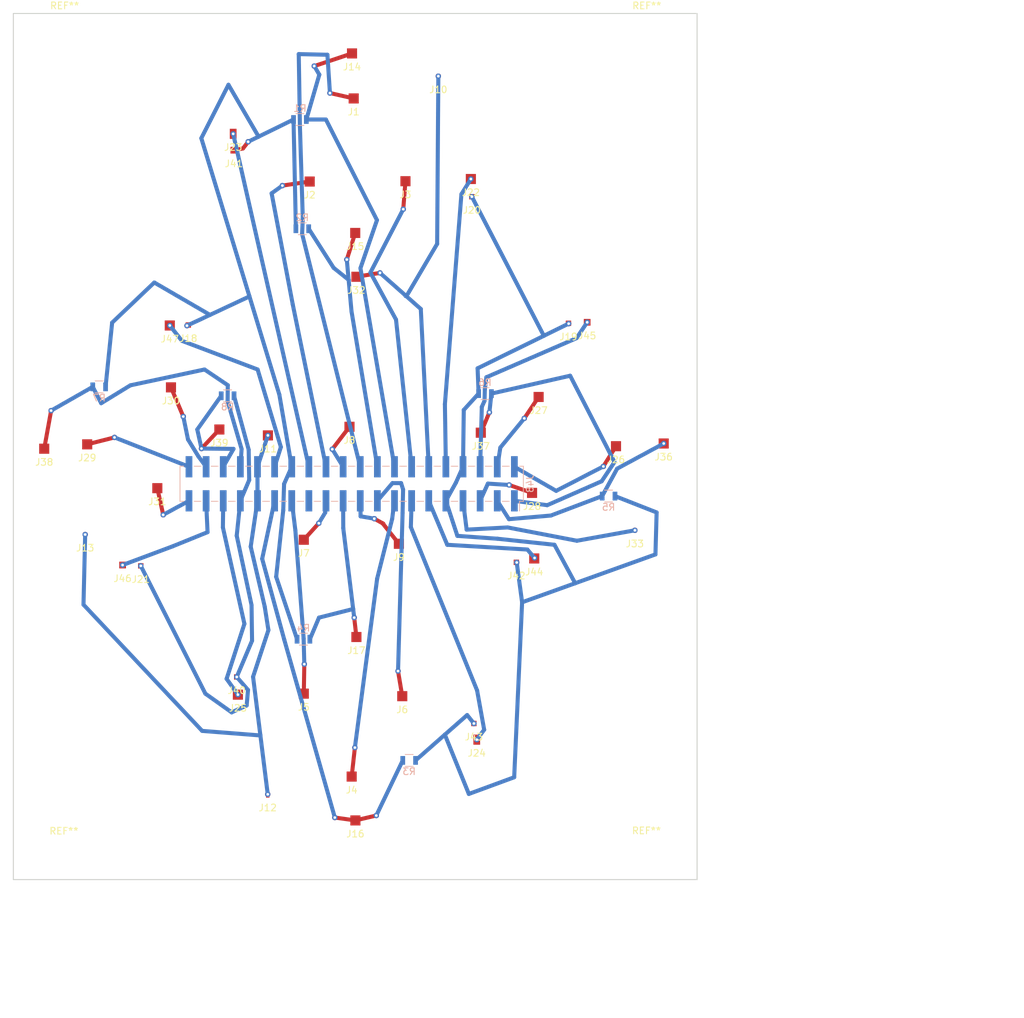
<source format=kicad_pcb>
(kicad_pcb (version 20171130) (host pcbnew 5.0.2+dfsg1-1)
  (layers (0 F.Cu signal) (31 B.Cu signal) (34 B.Paste user) (35 F.Paste user) (36 B.SilkS user) (37 F.SilkS user) (38 B.Mask user hide) (39 F.Mask user hide) (44 Edge.Cuts user))
  (net 0 "")
  (net 1 C3)
  (net 2 B3)
  (net 3 IN3)
  (net 4 C1)
  (net 5 B1)
  (net 6 IN1)
  (net 7 Fplay)
  (net 8 Fpush)
  (net 9 Frec)
  (net 10 +3.3VA)
  (net 11 ADC5)
  (net 12 ADC4)
  (net 13 ADC1)
  (net 14 ADC0)
  (net 15 GND)
  (net 16 F5)
  (net 17 F6)
  (net 18 F1)
  (net 19 F2)
  (net 20 C4)
  (net 21 B4)
  (net 22 IN4)
  (net 23 C2)
  (net 24 B2)
  (net 25 IN2)
  (net 26 ADC7)
  (net 27 ADC6)
  (net 28 ADC3)
  (net 29 ADC2)
  (net 30 F7)
  (net 31 F8)
  (net 32 F3)
  (net 33 F4)
  (module Mounting_Holes:MountingHole_3.2mm_M3 (layer F.Cu) (at 59.45 37.5)
    (fp_text reference REF** (at 0 -4.2) (layer F.SilkS))
    (fp_text value MountingHole_3.2mm_M3)
    (pad "" np_thru_hole circle (at 0 0) (size 3.2 3.2) (drill 3.2) (layers *.Cu *.Mask))
  )
  (module Mounting_Holes:MountingHole_3.2mm_M3 (layer F.Cu) (at 145.75 159.85)
    (fp_text reference REF** (at 0 -4.2) (layer F.SilkS))
    (fp_text value MountingHole_3.2mm_M3)
    (pad "" np_thru_hole circle (at 0 0) (size 3.2 3.2) (drill 3.2) (layers *.Cu *.Mask))
  )
  (module Mounting_Holes:MountingHole_3.2mm_M3 (layer F.Cu) (at 145.8 37.5)
    (fp_text reference REF** (at 0 -4.2) (layer F.SilkS))
    (fp_text value MountingHole_3.2mm_M3)
    (pad "" np_thru_hole circle (at 0 0) (size 3.2 3.2) (drill 3.2) (layers *.Cu *.Mask))
  )
  (module Mounting_Holes:MountingHole_3.2mm_M3 (layer F.Cu) (at 59.35 159.9)
    (fp_text reference REF** (at 0 -4.2) (layer F.SilkS))
    (fp_text value MountingHole_3.2mm_M3)
    (pad "" np_thru_hole circle (at 0 0) (size 3.2 3.2) (drill 3.2) (layers *.Cu *.Mask))
  )
  (module panels:mask0001ex (layer F.Cu) (at 102.7 98.75)
    (fp_text reference G*** hide)
    (fp_text value LOGO hide)
  )
  (module Measurement_Points:Measurement_Point_Square-SMD-Pad_Small (layer F.Cu) (at 102.325 47.05 180)
    (fp_text reference J1 (at 0 -2 180) (layer F.SilkS))
    (fp_text value Conn_01x01)
    (pad 1 smd rect (at 0 0 180) (size 1.5 1.5) (layers F.Cu F.Mask) (net 1 C3))
  )
  (module Measurement_Points:Measurement_Point_Square-SMD-Pad_Small (layer F.Cu) (at 95.8 59.375 180)
    (fp_text reference J2 (at 0 -2 180) (layer F.SilkS))
    (fp_text value Conn_01x01)
    (pad 1 smd rect (at 0 0 180) (size 1.5 1.5) (layers F.Cu F.Mask) (net 2 B3))
  )
  (module Measurement_Points:Measurement_Point_Square-SMD-Pad_Small (layer F.Cu) (at 110 59.325 180)
    (fp_text reference J3 (at 0 -2 180) (layer F.SilkS))
    (fp_text value Conn_01x01)
    (pad 1 smd rect (at 0 0 180) (size 1.5 1.5) (layers F.Cu F.Mask) (net 3 IN3))
  )
  (module Measurement_Points:Measurement_Point_Square-SMD-Pad_Small (layer F.Cu) (at 102.025 147.625 180)
    (fp_text reference J4 (at 0 -2 180) (layer F.SilkS))
    (fp_text value Conn_01x01)
    (pad 1 smd rect (at 0 0 180) (size 1.5 1.5) (layers F.Cu F.Mask) (net 4 C1))
  )
  (module Measurement_Points:Measurement_Point_Square-SMD-Pad_Small (layer F.Cu) (at 94.925 135.325 180)
    (fp_text reference J5 (at 0 -2 180) (layer F.SilkS))
    (fp_text value Conn_01x01)
    (pad 1 smd rect (at 0 0 180) (size 1.5 1.5) (layers F.Cu F.Mask) (net 5 B1))
  )
  (module Measurement_Points:Measurement_Point_Square-SMD-Pad_Small (layer F.Cu) (at 109.525 135.7 180)
    (fp_text reference J6 (at 0 -2 180) (layer F.SilkS))
    (fp_text value Conn_01x01)
    (pad 1 smd rect (at 0 0 180) (size 1.5 1.5) (layers F.Cu F.Mask) (net 6 IN1))
  )
  (module Measurement_Points:Measurement_Point_Square-SMD-Pad_Small (layer F.Cu) (at 94.925 112.5 180)
    (fp_text reference J7 (at 0 -2 180) (layer F.SilkS))
    (fp_text value Conn_01x01)
    (pad 1 smd rect (at 0 0 180) (size 1.5 1.5) (layers F.Cu F.Mask) (net 7 Fplay))
  )
  (module Measurement_Points:Measurement_Point_Square-SMD-Pad_Small (layer F.Cu) (at 101.7 95.75 180)
    (fp_text reference J8 (at 0 -2 180) (layer F.SilkS))
    (fp_text value Conn_01x01)
    (pad 1 smd rect (at 0 0 180) (size 1.5 1.5) (layers F.Cu F.Mask) (net 8 Fpush))
  )
  (module Measurement_Points:Measurement_Point_Square-SMD-Pad_Small (layer F.Cu) (at 109.025 113.1 180)
    (fp_text reference J9 (at 0 -2 180) (layer F.SilkS))
    (fp_text value Conn_01x01)
    (pad 1 smd rect (at 0 0 180) (size 1.5 1.5) (layers F.Cu F.Mask) (net 9 Frec))
  )
  (module Measurement_Points:Measurement_Point_Square-SMD-Pad_Small (layer F.Cu) (at 114.875 43.75 180)
    (fp_text reference J10 (at 0 -2 180) (layer F.SilkS))
    (fp_text value Conn_01x01)
    (pad 1 smd rect (at 0 0 180) (size 0.6 0.6) (layers F.Cu F.Mask) (net 10 +3.3VA))
  )
  (module Measurement_Points:Measurement_Point_Square-SMD-Pad_Small (layer F.Cu) (at 89.6 97.025 180)
    (fp_text reference J11 (at 0 -2 180) (layer F.SilkS))
    (fp_text value Conn_01x01)
    (pad 1 smd rect (at 0 0 180) (size 1.5 1.5) (layers F.Cu F.Mask) (net 10 +3.3VA))
  )
  (module Measurement_Points:Measurement_Point_Square-SMD-Pad_Small (layer F.Cu) (at 89.575 150.25 180)
    (fp_text reference J12 (at 0 -2 180) (layer F.SilkS))
    (fp_text value Conn_01x01)
    (pad 1 smd rect (at 0 0 180) (size 0.5 1) (layers F.Cu F.Mask) (net 10 +3.3VA))
  )
  (module Measurement_Points:Measurement_Point_Square-SMD-Pad_Small (layer F.Cu) (at 62.5 111.725 180)
    (fp_text reference J13 (at 0 -2 180) (layer F.SilkS))
    (fp_text value Conn_01x01)
    (pad 1 smd rect (at 0 0 180) (size 0.6 0.6) (layers F.Cu F.Mask) (net 10 +3.3VA))
  )
  (module Measurement_Points:Measurement_Point_Square-SMD-Pad_Small (layer F.Cu) (at 102.075 40.375 180)
    (fp_text reference J14 (at 0 -2 180) (layer F.SilkS))
    (fp_text value Conn_01x01)
    (pad 1 smd rect (at 0 0 180) (size 1.5 1.5) (layers F.Cu F.Mask) (net 11 ADC5))
  )
  (module Measurement_Points:Measurement_Point_Square-SMD-Pad_Small (layer F.Cu) (at 102.55 67 180)
    (fp_text reference J15 (at 0 -2 180) (layer F.SilkS))
    (fp_text value Conn_01x01)
    (pad 1 smd rect (at 0 0 180) (size 1.5 1.5) (layers F.Cu F.Mask) (net 12 ADC4))
  )
  (module Measurement_Points:Measurement_Point_Square-SMD-Pad_Small (layer F.Cu) (at 102.575 154.125 180)
    (fp_text reference J16 (at 0 -2 180) (layer F.SilkS))
    (fp_text value Conn_01x01)
    (pad 1 smd rect (at 0 0 180) (size 1.5 1.5) (layers F.Cu F.Mask) (net 13 ADC1))
  )
  (module Measurement_Points:Measurement_Point_Square-SMD-Pad_Small (layer F.Cu) (at 102.725 126.925 180)
    (fp_text reference J17 (at 0 -2 180) (layer F.SilkS))
    (fp_text value Conn_01x01)
    (pad 1 smd rect (at 0 0 180) (size 1.5 1.5) (layers F.Cu F.Mask) (net 14 ADC0))
  )
  (module Measurement_Points:Measurement_Point_Square-SMD-Pad_Small (layer F.Cu) (at 77.8 80.65 180)
    (fp_text reference J18 (at 0 -2 180) (layer F.SilkS))
    (fp_text value Conn_01x01)
    (pad 1 smd rect (at 0 0 180) (size 0.8 0.8) (layers F.Cu F.Mask) (net 15 GND))
  )
  (module Measurement_Points:Measurement_Point_Square-SMD-Pad_Small (layer F.Cu) (at 134.175 80.4 180)
    (fp_text reference J19 (at 0 -2 180) (layer F.SilkS))
    (fp_text value Conn_01x01)
    (pad 1 smd rect (at 0 0 180) (size 0.8 0.8) (layers F.Cu F.Mask) (net 15 GND))
  )
  (module Measurement_Points:Measurement_Point_Square-SMD-Pad_Small (layer F.Cu) (at 119.85 61.625 180)
    (fp_text reference J20 (at 0 -2 180) (layer F.SilkS))
    (fp_text value Conn_01x01)
    (pad 1 smd rect (at 0 0 180) (size 0.8 0.8) (layers F.Cu F.Mask) (net 15 GND))
  )
  (module Measurement_Points:Measurement_Point_Square-SMD-Pad_Small (layer F.Cu) (at 70.75 116.375 180)
    (fp_text reference J21 (at 0 -2 180) (layer F.SilkS))
    (fp_text value Conn_01x01)
    (pad 1 smd rect (at 0 0 180) (size 0.8 0.8) (layers F.Cu F.Mask) (net 15 GND))
  )
  (module Measurement_Points:Measurement_Point_Square-SMD-Pad_Small (layer F.Cu) (at 119.7 59 180)
    (fp_text reference J22 (at 0 -2 180) (layer F.SilkS))
    (fp_text value Conn_01x01)
    (pad 1 smd rect (at 0 0 180) (size 1.5 1.5) (layers F.Cu F.Mask) (net 16 F5))
  )
  (module Measurement_Points:Measurement_Point_Square-SMD-Pad_Small (layer F.Cu) (at 84.45 52.3 180)
    (fp_text reference J23 (at 0 -2 180) (layer F.SilkS))
    (fp_text value Conn_01x01)
    (pad 1 smd rect (at 0 0 180) (size 1 1.5) (layers F.Cu F.Mask) (net 17 F6))
  )
  (module Measurement_Points:Measurement_Point_Square-SMD-Pad_Small (layer F.Cu) (at 120.575 142.15 180)
    (fp_text reference J24 (at 0 -2 180) (layer F.SilkS))
    (fp_text value Conn_01x01)
    (pad 1 smd rect (at 0 0 180) (size 1 1.5) (layers F.Cu F.Mask) (net 18 F1))
  )
  (module Measurement_Points:Measurement_Point_Square-SMD-Pad_Small (layer F.Cu) (at 85.15 135.475 180)
    (fp_text reference J25 (at 0 -2 180) (layer F.SilkS))
    (fp_text value Conn_01x01)
    (pad 1 smd rect (at 0 0 180) (size 1.5 1.5) (layers F.Cu F.Mask) (net 19 F2))
  )
  (module Measurement_Points:Measurement_Point_Square-SMD-Pad_Small (layer F.Cu) (at 141.225 98.625 180)
    (fp_text reference J26 (at 0 -2 180) (layer F.SilkS))
    (fp_text value Conn_01x01)
    (pad 1 smd rect (at 0 0 180) (size 1.5 1.5) (layers F.Cu F.Mask) (net 20 C4))
  )
  (module Measurement_Points:Measurement_Point_Square-SMD-Pad_Small (layer F.Cu) (at 129.75 91.325 180)
    (fp_text reference J27 (at 0 -2 180) (layer F.SilkS))
    (fp_text value Conn_01x01)
    (pad 1 smd rect (at 0 0 180) (size 1.5 1.5) (layers F.Cu F.Mask) (net 21 B4))
  )
  (module Measurement_Points:Measurement_Point_Square-SMD-Pad_Small (layer F.Cu) (at 128.775 105.55 180)
    (fp_text reference J28 (at 0 -2 180) (layer F.SilkS))
    (fp_text value Conn_01x01)
    (pad 1 smd rect (at 0 0 180) (size 1.5 1.5) (layers F.Cu F.Mask) (net 22 IN4))
  )
  (module Measurement_Points:Measurement_Point_Square-SMD-Pad_Small (layer F.Cu) (at 62.8 98.35 180)
    (fp_text reference J29 (at 0 -2 180) (layer F.SilkS))
    (fp_text value Conn_01x01)
    (pad 1 smd rect (at 0 0 180) (size 1.5 1.5) (layers F.Cu F.Mask) (net 23 C2))
  )
  (module Measurement_Points:Measurement_Point_Square-SMD-Pad_Small (layer F.Cu) (at 75.225 89.9 180)
    (fp_text reference J30 (at 0 -2 180) (layer F.SilkS))
    (fp_text value Conn_01x01)
    (pad 1 smd rect (at 0 0 180) (size 1.5 1.5) (layers F.Cu F.Mask) (net 24 B2))
  )
  (module Measurement_Points:Measurement_Point_Square-SMD-Pad_Small (layer F.Cu) (at 73.2 104.85 180)
    (fp_text reference J31 (at 0 -2 180) (layer F.SilkS))
    (fp_text value Conn_01x01)
    (pad 1 smd rect (at 0 0 180) (size 1.5 1.5) (layers F.Cu F.Mask) (net 25 IN2))
  )
  (module Measurement_Points:Measurement_Point_Square-SMD-Pad_Small (layer F.Cu) (at 102.725 73.5 180)
    (fp_text reference J32 (at 0 -2 180) (layer F.SilkS))
    (fp_text value Conn_01x01)
    (pad 1 smd rect (at 0 0 180) (size 1.5 1.5) (layers F.Cu F.Mask) (net 10 +3.3VA))
  )
  (module Measurement_Points:Measurement_Point_Square-SMD-Pad_Small (layer F.Cu) (at 144.025 111.1 180)
    (fp_text reference J33 (at 0 -2 180) (layer F.SilkS))
    (fp_text value Conn_01x01)
    (pad 1 smd rect (at 0 0 180) (size 0.6 0.6) (layers F.Cu F.Mask) (net 10 +3.3VA))
  )
  (module Measurement_Points:Measurement_Point_Square-SMD-Pad_Small (layer F.Cu) (at 148.3 98.225 180)
    (fp_text reference J36 (at 0 -2 180) (layer F.SilkS))
    (fp_text value Conn_01x01)
    (pad 1 smd rect (at 0 0 180) (size 1.5 1.5) (layers F.Cu F.Mask) (net 26 ADC7))
  )
  (module Measurement_Points:Measurement_Point_Square-SMD-Pad_Small (layer F.Cu) (at 121.175 96.625 180)
    (fp_text reference J37 (at 0 -2 180) (layer F.SilkS))
    (fp_text value Conn_01x01)
    (pad 1 smd rect (at 0 0 180) (size 1.5 1.5) (layers F.Cu F.Mask) (net 27 ADC6))
  )
  (module Measurement_Points:Measurement_Point_Square-SMD-Pad_Small (layer F.Cu) (at 56.425 99 180)
    (fp_text reference J38 (at 0 -2 180) (layer F.SilkS))
    (fp_text value Conn_01x01)
    (pad 1 smd rect (at 0 0 180) (size 1.5 1.5) (layers F.Cu F.Mask) (net 28 ADC3))
  )
  (module Measurement_Points:Measurement_Point_Square-SMD-Pad_Small (layer F.Cu) (at 82.4 96.15 180)
    (fp_text reference J39 (at 0 -2 180) (layer F.SilkS))
    (fp_text value Conn_01x01)
    (pad 1 smd rect (at 0 0 180) (size 1.5 1.5) (layers F.Cu F.Mask) (net 29 ADC2))
  )
  (module Measurement_Points:Measurement_Point_Square-SMD-Pad_Small (layer F.Cu) (at 84.975 132.85 180)
    (fp_text reference J40 (at 0 -2 180) (layer F.SilkS))
    (fp_text value Conn_01x01)
    (pad 1 smd rect (at 0 0 180) (size 0.8 0.8) (layers F.Cu F.Mask) (net 15 GND))
  )
  (module Measurement_Points:Measurement_Point_Square-SMD-Pad_Small (layer F.Cu) (at 84.55 54.725 180)
    (fp_text reference J41 (at 0 -2 180) (layer F.SilkS))
    (fp_text value Conn_01x01)
    (pad 1 smd rect (at 0 0 180) (size 1 1) (layers F.Cu F.Mask) (net 15 GND))
  )
  (module Measurement_Points:Measurement_Point_Square-SMD-Pad_Small (layer F.Cu) (at 126.45 115.85 180)
    (fp_text reference J42 (at 0 -2 180) (layer F.SilkS))
    (fp_text value Conn_01x01)
    (pad 1 smd rect (at 0 0 180) (size 0.8 0.8) (layers F.Cu F.Mask) (net 15 GND))
  )
  (module Measurement_Points:Measurement_Point_Square-SMD-Pad_Small (layer F.Cu) (at 120.15 139.75 180)
    (fp_text reference J43 (at 0 -2 180) (layer F.SilkS))
    (fp_text value Conn_01x01)
    (pad 1 smd rect (at 0 0 180) (size 0.8 0.8) (layers F.Cu F.Mask) (net 15 GND))
  )
  (module Measurement_Points:Measurement_Point_Square-SMD-Pad_Small (layer F.Cu) (at 129.1 115.275 180)
    (fp_text reference J44 (at 0 -2 180) (layer F.SilkS))
    (fp_text value Conn_01x01)
    (pad 1 smd rect (at 0 0 180) (size 1.5 1.5) (layers F.Cu F.Mask) (net 30 F7))
  )
  (module Measurement_Points:Measurement_Point_Square-SMD-Pad_Small (layer F.Cu) (at 136.95 80.25 180)
    (fp_text reference J45 (at 0 -2 180) (layer F.SilkS))
    (fp_text value Conn_01x01)
    (pad 1 smd rect (at 0 0 180) (size 1 1) (layers F.Cu F.Mask) (net 31 F8))
  )
  (module Measurement_Points:Measurement_Point_Square-SMD-Pad_Small (layer F.Cu) (at 68.05 116.25 180)
    (fp_text reference J46 (at 0 -2 180) (layer F.SilkS))
    (fp_text value Conn_01x01)
    (pad 1 smd rect (at 0 0 180) (size 1 1) (layers F.Cu F.Mask) (net 32 F3))
  )
  (module Measurement_Points:Measurement_Point_Square-SMD-Pad_Small (layer F.Cu) (at 75.05 80.725 180)
    (fp_text reference J47 (at 0 -2 180) (layer F.SilkS))
    (fp_text value Conn_01x01)
    (pad 1 smd rect (at 0 0 180) (size 1.5 1.5) (layers F.Cu F.Mask) (net 33 F4))
  )
  (module Pin_Headers:Pin_Header_Straight_2x20_Pitch2.54mm_SMD (layer B.Cu) (at 102.025 104.2 90)
    (fp_text reference J48 (at 0 26.46 90) (layer B.SilkS) (effects (justify mirror)))
    (fp_text value Conn_02x20_Counter_Clockwise)
    (fp_line (start -2.6 25.46) (end 2.6 25.46) (layer B.SilkS) (width 0.12))
    (fp_line (start -2.6 -25.46) (end 2.6 -25.46) (layer B.SilkS) (width 0.12))
    (fp_line (start -4.04 24.89) (end -2.6 24.89) (layer B.SilkS) (width 0.12))
    (fp_line (start -2.6 25.46) (end -2.6 24.89) (layer B.SilkS) (width 0.12))
    (fp_line (start 2.6 25.46) (end 2.6 24.89) (layer B.SilkS) (width 0.12))
    (fp_line (start -2.6 -24.89) (end -2.6 -25.46) (layer B.SilkS) (width 0.12))
    (fp_line (start 2.6 -24.89) (end 2.6 -25.46) (layer B.SilkS) (width 0.12))
    (fp_line (start -2.6 23.37) (end -2.6 22.35) (layer B.SilkS) (width 0.12))
    (fp_line (start 2.6 23.37) (end 2.6 22.35) (layer B.SilkS) (width 0.12))
    (fp_line (start -2.6 20.83) (end -2.6 19.81) (layer B.SilkS) (width 0.12))
    (fp_line (start 2.6 20.83) (end 2.6 19.81) (layer B.SilkS) (width 0.12))
    (fp_line (start -2.6 18.29) (end -2.6 17.27) (layer B.SilkS) (width 0.12))
    (fp_line (start 2.6 18.29) (end 2.6 17.27) (layer B.SilkS) (width 0.12))
    (fp_line (start -2.6 15.75) (end -2.6 14.73) (layer B.SilkS) (width 0.12))
    (fp_line (start 2.6 15.75) (end 2.6 14.73) (layer B.SilkS) (width 0.12))
    (fp_line (start -2.6 13.21) (end -2.6 12.19) (layer B.SilkS) (width 0.12))
    (fp_line (start 2.6 13.21) (end 2.6 12.19) (layer B.SilkS) (width 0.12))
    (fp_line (start -2.6 10.67) (end -2.6 9.65) (layer B.SilkS) (width 0.12))
    (fp_line (start 2.6 10.67) (end 2.6 9.65) (layer B.SilkS) (width 0.12))
    (fp_line (start -2.6 8.13) (end -2.6 7.11) (layer B.SilkS) (width 0.12))
    (fp_line (start 2.6 8.13) (end 2.6 7.11) (layer B.SilkS) (width 0.12))
    (fp_line (start -2.6 5.59) (end -2.6 4.57) (layer B.SilkS) (width 0.12))
    (fp_line (start 2.6 5.59) (end 2.6 4.57) (layer B.SilkS) (width 0.12))
    (fp_line (start -2.6 3.05) (end -2.6 2.03) (layer B.SilkS) (width 0.12))
    (fp_line (start 2.6 3.05) (end 2.6 2.03) (layer B.SilkS) (width 0.12))
    (fp_line (start -2.6 0.51) (end -2.6 -0.51) (layer B.SilkS) (width 0.12))
    (fp_line (start 2.6 0.51) (end 2.6 -0.51) (layer B.SilkS) (width 0.12))
    (fp_line (start -2.6 -2.03) (end -2.6 -3.05) (layer B.SilkS) (width 0.12))
    (fp_line (start 2.6 -2.03) (end 2.6 -3.05) (layer B.SilkS) (width 0.12))
    (fp_line (start -2.6 -4.57) (end -2.6 -5.59) (layer B.SilkS) (width 0.12))
    (fp_line (start 2.6 -4.57) (end 2.6 -5.59) (layer B.SilkS) (width 0.12))
    (fp_line (start -2.6 -7.11) (end -2.6 -8.13) (layer B.SilkS) (width 0.12))
    (fp_line (start 2.6 -7.11) (end 2.6 -8.13) (layer B.SilkS) (width 0.12))
    (fp_line (start -2.6 -9.65) (end -2.6 -10.67) (layer B.SilkS) (width 0.12))
    (fp_line (start 2.6 -9.65) (end 2.6 -10.67) (layer B.SilkS) (width 0.12))
    (fp_line (start -2.6 -12.19) (end -2.6 -13.21) (layer B.SilkS) (width 0.12))
    (fp_line (start 2.6 -12.19) (end 2.6 -13.21) (layer B.SilkS) (width 0.12))
    (fp_line (start -2.6 -14.73) (end -2.6 -15.75) (layer B.SilkS) (width 0.12))
    (fp_line (start 2.6 -14.73) (end 2.6 -15.75) (layer B.SilkS) (width 0.12))
    (fp_line (start -2.6 -17.27) (end -2.6 -18.29) (layer B.SilkS) (width 0.12))
    (fp_line (start 2.6 -17.27) (end 2.6 -18.29) (layer B.SilkS) (width 0.12))
    (fp_line (start -2.6 -19.81) (end -2.6 -20.83) (layer B.SilkS) (width 0.12))
    (fp_line (start 2.6 -19.81) (end 2.6 -20.83) (layer B.SilkS) (width 0.12))
    (fp_line (start -2.6 -22.35) (end -2.6 -23.37) (layer B.SilkS) (width 0.12))
    (fp_line (start 2.6 -22.35) (end 2.6 -23.37) (layer B.SilkS) (width 0.12))
    (pad 1 smd rect (at -2.525 24.13 90) (size 3.15 1) (layers B.Cu B.Paste B.Mask) (net 27 ADC6))
    (pad 2 smd rect (at 2.525 24.13 90) (size 3.15 1) (layers B.Cu B.Paste B.Mask) (net 20 C4))
    (pad 3 smd rect (at -2.525 21.59 90) (size 3.15 1) (layers B.Cu B.Paste B.Mask) (net 26 ADC7))
    (pad 4 smd rect (at 2.525 21.59 90) (size 3.15 1) (layers B.Cu B.Paste B.Mask) (net 21 B4))
    (pad 5 smd rect (at -2.525 19.05 90) (size 3.15 1) (layers B.Cu B.Paste B.Mask) (net 22 IN4))
    (pad 6 smd rect (at 2.525 19.05 90) (size 3.15 1) (layers B.Cu B.Paste B.Mask) (net 31 F8))
    (pad 7 smd rect (at -2.525 16.51 90) (size 3.15 1) (layers B.Cu B.Paste B.Mask) (net 10 +3.3VA))
    (pad 8 smd rect (at 2.525 16.51 90) (size 3.15 1) (layers B.Cu B.Paste B.Mask) (net 15 GND))
    (pad 9 smd rect (at -2.525 13.97 90) (size 3.15 1) (layers B.Cu B.Paste B.Mask) (net 15 GND))
    (pad 10 smd rect (at 2.525 13.97 90) (size 3.15 1) (layers B.Cu B.Paste B.Mask) (net 16 F5))
    (pad 11 smd rect (at -2.525 11.43 90) (size 3.15 1) (layers B.Cu B.Paste B.Mask) (net 30 F7))
    (pad 12 smd rect (at 2.525 11.43 90) (size 3.15 1) (layers B.Cu B.Paste B.Mask) (net 10 +3.3VA))
    (pad 13 smd rect (at -2.525 8.89 90) (size 3.15 1) (layers B.Cu B.Paste B.Mask) (net 18 F1))
    (pad 14 smd rect (at 2.525 8.89 90) (size 3.15 1) (layers B.Cu B.Paste B.Mask) (net 3 IN3))
    (pad 15 smd rect (at -2.525 6.35 90) (size 3.15 1) (layers B.Cu B.Paste B.Mask) (net 4 C1))
    (pad 16 smd rect (at 2.525 6.35 90) (size 3.15 1) (layers B.Cu B.Paste B.Mask) (net 11 ADC5))
    (pad 17 smd rect (at -2.525 3.81 90) (size 3.15 1) (layers B.Cu B.Paste B.Mask) (net 6 IN1))
    (pad 18 smd rect (at 2.525 3.81 90) (size 3.15 1) (layers B.Cu B.Paste B.Mask) (net 12 ADC4))
    (pad 19 smd rect (at -2.525 1.27 90) (size 3.15 1) (layers B.Cu B.Paste B.Mask) (net 9 Frec))
    (pad 20 smd rect (at 2.525 1.27 90) (size 3.15 1) (layers B.Cu B.Paste B.Mask) (net 1 C3))
    (pad 21 smd rect (at -2.525 -1.27 90) (size 3.15 1) (layers B.Cu B.Paste B.Mask) (net 14 ADC0))
    (pad 22 smd rect (at 2.525 -1.27 90) (size 3.15 1) (layers B.Cu B.Paste B.Mask) (net 8 Fpush))
    (pad 23 smd rect (at -2.525 -3.81 90) (size 3.15 1) (layers B.Cu B.Paste B.Mask) (net 7 Fplay))
    (pad 24 smd rect (at 2.525 -3.81 90) (size 3.15 1) (layers B.Cu B.Paste B.Mask) (net 2 B3))
    (pad 25 smd rect (at -2.525 -6.35 90) (size 3.15 1) (layers B.Cu B.Paste B.Mask) (net 10 +3.3VA))
    (pad 26 smd rect (at 2.525 -6.35 90) (size 3.15 1) (layers B.Cu B.Paste B.Mask) (net 17 F6))
    (pad 27 smd rect (at -2.525 -8.89 90) (size 3.15 1) (layers B.Cu B.Paste B.Mask) (net 5 B1))
    (pad 28 smd rect (at 2.525 -8.89 90) (size 3.15 1) (layers B.Cu B.Paste B.Mask) (net 15 GND))
    (pad 29 smd rect (at -2.525 -11.43 90) (size 3.15 1) (layers B.Cu B.Paste B.Mask) (net 13 ADC1))
    (pad 30 smd rect (at 2.525 -11.43 90) (size 3.15 1) (layers B.Cu B.Paste B.Mask) (net 33 F4))
    (pad 31 smd rect (at -2.525 -13.97 90) (size 3.15 1) (layers B.Cu B.Paste B.Mask) (net 10 +3.3VA))
    (pad 32 smd rect (at 2.525 -13.97 90) (size 3.15 1) (layers B.Cu B.Paste B.Mask) (net 10 +3.3VA))
    (pad 33 smd rect (at -2.525 -16.51 90) (size 3.15 1) (layers B.Cu B.Paste B.Mask) (net 15 GND))
    (pad 34 smd rect (at 2.525 -16.51 90) (size 3.15 1) (layers B.Cu B.Paste B.Mask) (net 28 ADC3))
    (pad 35 smd rect (at -2.525 -19.05 90) (size 3.15 1) (layers B.Cu B.Paste B.Mask) (net 19 F2))
    (pad 36 smd rect (at 2.525 -19.05 90) (size 3.15 1) (layers B.Cu B.Paste B.Mask) (net 29 ADC2))
    (pad 37 smd rect (at -2.525 -21.59 90) (size 3.15 1) (layers B.Cu B.Paste B.Mask) (net 32 F3))
    (pad 38 smd rect (at 2.525 -21.59 90) (size 3.15 1) (layers B.Cu B.Paste B.Mask) (net 24 B2))
    (pad 39 smd rect (at -2.525 -24.13 90) (size 3.15 1) (layers B.Cu B.Paste B.Mask) (net 25 IN2))
    (pad 40 smd rect (at 2.525 -24.13 90) (size 3.15 1) (layers B.Cu B.Paste B.Mask) (net 23 C2))
  )
  (module Resistors_SMD:R_0805 (layer B.Cu) (at 94.35 50.175 180)
    (fp_text reference R1 (at 0 1.65 180) (layer B.SilkS) (effects (justify mirror)))
    (fp_text value 470K)
    (fp_line (start -0.6 0.88) (end 0.6 0.88) (layer B.SilkS) (width 0.12))
    (fp_line (start 0.6 -0.88) (end -0.6 -0.88) (layer B.SilkS) (width 0.12))
    (pad 2 smd rect (at 0.95 0 180) (size 0.7 1.3) (layers B.Cu B.Paste B.Mask) (net 15 GND))
    (pad 1 smd rect (at -0.95 0 180) (size 0.7 1.3) (layers B.Cu B.Paste B.Mask) (net 11 ADC5))
  )
  (module Resistors_SMD:R_0805 (layer B.Cu) (at 94.7 66.375 180)
    (fp_text reference R2 (at 0 1.65 180) (layer B.SilkS) (effects (justify mirror)))
    (fp_text value 470K)
    (fp_line (start 0.6 -0.88) (end -0.6 -0.88) (layer B.SilkS) (width 0.12))
    (fp_line (start -0.6 0.88) (end 0.6 0.88) (layer B.SilkS) (width 0.12))
    (pad 1 smd rect (at -0.95 0 180) (size 0.7 1.3) (layers B.Cu B.Paste B.Mask) (net 12 ADC4))
    (pad 2 smd rect (at 0.95 0 180) (size 0.7 1.3) (layers B.Cu B.Paste B.Mask) (net 15 GND))
  )
  (module Resistors_SMD:R_0805 (layer B.Cu) (at 110.55 145.225)
    (fp_text reference R3 (at 0 1.65) (layer B.SilkS) (effects (justify mirror)))
    (fp_text value 470K)
    (fp_line (start 0.6 -0.88) (end -0.6 -0.88) (layer B.SilkS) (width 0.12))
    (fp_line (start -0.6 0.88) (end 0.6 0.88) (layer B.SilkS) (width 0.12))
    (pad 1 smd rect (at -0.95 0) (size 0.7 1.3) (layers B.Cu B.Paste B.Mask) (net 13 ADC1))
    (pad 2 smd rect (at 0.95 0) (size 0.7 1.3) (layers B.Cu B.Paste B.Mask) (net 15 GND))
  )
  (module Resistors_SMD:R_0805 (layer B.Cu) (at 94.875 127.25 180)
    (fp_text reference R4 (at 0 1.65 180) (layer B.SilkS) (effects (justify mirror)))
    (fp_text value 470K)
    (fp_line (start -0.6 0.88) (end 0.6 0.88) (layer B.SilkS) (width 0.12))
    (fp_line (start 0.6 -0.88) (end -0.6 -0.88) (layer B.SilkS) (width 0.12))
    (pad 2 smd rect (at 0.95 0 180) (size 0.7 1.3) (layers B.Cu B.Paste B.Mask) (net 15 GND))
    (pad 1 smd rect (at -0.95 0 180) (size 0.7 1.3) (layers B.Cu B.Paste B.Mask) (net 14 ADC0))
  )
  (module Resistors_SMD:R_0805 (layer B.Cu) (at 140.125 106.025)
    (fp_text reference R5 (at 0 1.65) (layer B.SilkS) (effects (justify mirror)))
    (fp_text value 470K)
    (fp_line (start -0.6 0.88) (end 0.6 0.88) (layer B.SilkS) (width 0.12))
    (fp_line (start 0.6 -0.88) (end -0.6 -0.88) (layer B.SilkS) (width 0.12))
    (pad 2 smd rect (at 0.95 0) (size 0.7 1.3) (layers B.Cu B.Paste B.Mask) (net 15 GND))
    (pad 1 smd rect (at -0.95 0) (size 0.7 1.3) (layers B.Cu B.Paste B.Mask) (net 26 ADC7))
  )
  (module Resistors_SMD:R_0805 (layer B.Cu) (at 121.8 90.825 180)
    (fp_text reference R6 (at 0 1.65 180) (layer B.SilkS) (effects (justify mirror)))
    (fp_text value 470K)
    (fp_line (start 0.6 -0.88) (end -0.6 -0.88) (layer B.SilkS) (width 0.12))
    (fp_line (start -0.6 0.88) (end 0.6 0.88) (layer B.SilkS) (width 0.12))
    (pad 1 smd rect (at -0.95 0 180) (size 0.7 1.3) (layers B.Cu B.Paste B.Mask) (net 27 ADC6))
    (pad 2 smd rect (at 0.95 0 180) (size 0.7 1.3) (layers B.Cu B.Paste B.Mask) (net 15 GND))
  )
  (module Resistors_SMD:R_0805 (layer B.Cu) (at 64.575 89.825)
    (fp_text reference R7 (at 0 1.65) (layer B.SilkS) (effects (justify mirror)))
    (fp_text value 470K)
    (fp_line (start 0.6 -0.88) (end -0.6 -0.88) (layer B.SilkS) (width 0.12))
    (fp_line (start -0.6 0.88) (end 0.6 0.88) (layer B.SilkS) (width 0.12))
    (pad 1 smd rect (at -0.95 0) (size 0.7 1.3) (layers B.Cu B.Paste B.Mask) (net 28 ADC3))
    (pad 2 smd rect (at 0.95 0) (size 0.7 1.3) (layers B.Cu B.Paste B.Mask) (net 15 GND))
  )
  (module Resistors_SMD:R_0805 (layer B.Cu) (at 83.625 91.15)
    (fp_text reference R8 (at 0 1.65) (layer B.SilkS) (effects (justify mirror)))
    (fp_text value 470K)
    (fp_line (start -0.6 0.88) (end 0.6 0.88) (layer B.SilkS) (width 0.12))
    (fp_line (start 0.6 -0.88) (end -0.6 -0.88) (layer B.SilkS) (width 0.12))
    (pad 2 smd rect (at 0.95 0) (size 0.7 1.3) (layers B.Cu B.Paste B.Mask) (net 15 GND))
    (pad 1 smd rect (at -0.95 0) (size 0.7 1.3) (layers B.Cu B.Paste B.Mask) (net 29 ADC2))
  )
  (gr_line (start 153.25 34.45) (end 153.25 162.925) (angle 90) (layer Edge.Cuts) (width 0.15))
  (gr_line (start 51.85 34.45) (end 153.25 34.45) (angle 90) (layer Edge.Cuts) (width 0.15))
  (gr_line (start 51.85 162.9) (end 51.85 34.45) (angle 90) (layer Edge.Cuts) (width 0.15))
  (gr_line (start 153.175 162.9) (end 51.85 162.9) (angle 90) (layer Edge.Cuts) (width 0.15))
  (segment (start 102.325 47.05) (end 98.8 46.25) (width 0.6) (layer F.Cu) (net 1))
  (segment (start 94.675 67.15) (end 103.295 101.675) (width 0.6) (layer B.Cu) (net 1))
  (segment (start 94.775 64.825) (end 94.675 67.15) (width 0.6) (layer B.Cu) (net 1))
  (segment (start 94.35 51.225) (end 94.775 64.825) (width 0.6) (layer B.Cu) (net 1))
  (segment (start 94.175 40.475) (end 94.35 51.225) (width 0.6) (layer B.Cu) (net 1))
  (segment (start 98.425 40.575) (end 94.175 40.475) (width 0.6) (layer B.Cu) (net 1))
  (segment (start 98.8 46.25) (end 98.425 40.575) (width 0.6) (layer B.Cu) (net 1))
  (via (at 98.8 46.25) (size 0.8) (drill 0.4) (layers F.Cu B.Cu) (net 1))
  (segment (start 98.215 101.675) (end 93.275 77.55) (width 0.6) (layer B.Cu) (net 2))
  (segment (start 91.75 59.975) (end 95.8 59.375) (width 0.6) (layer F.Cu) (net 2))
  (via (at 91.75 59.975) (size 0.8) (drill 0.4) (layers F.Cu B.Cu) (net 2))
  (segment (start 90.15 61.125) (end 91.75 59.975) (width 0.6) (layer B.Cu) (net 2))
  (segment (start 93.275 77.55) (end 90.15 61.125) (width 0.6) (layer B.Cu) (net 2))
  (segment (start 110 59.325) (end 109.675 63.475) (width 0.6) (layer F.Cu) (net 3))
  (segment (start 108.6 79.85) (end 110.915 101.675) (width 0.6) (layer B.Cu) (net 3))
  (segment (start 104.8 72.875) (end 108.6 79.85) (width 0.6) (layer B.Cu) (net 3))
  (segment (start 109.675 63.475) (end 104.8 72.875) (width 0.6) (layer B.Cu) (net 3))
  (via (at 109.675 63.475) (size 0.8) (drill 0.4) (layers F.Cu B.Cu) (net 3))
  (segment (start 102.025 147.625) (end 102.5 143.325) (width 0.6) (layer F.Cu) (net 4))
  (segment (start 108.025 109.425) (end 108.375 106.725) (width 0.6) (layer B.Cu) (net 4))
  (segment (start 105.8 118.275) (end 108.025 109.425) (width 0.6) (layer B.Cu) (net 4))
  (segment (start 102.5 143.325) (end 105.8 118.275) (width 0.6) (layer B.Cu) (net 4))
  (via (at 102.5 143.325) (size 0.8) (drill 0.4) (layers F.Cu B.Cu) (net 4))
  (segment (start 94.925 135.325) (end 95 130.95) (width 0.6) (layer F.Cu) (net 5))
  (segment (start 93.675 111.125) (end 93.135 106.725) (width 0.6) (layer B.Cu) (net 5))
  (segment (start 94.9 127.15) (end 93.675 111.125) (width 0.6) (layer B.Cu) (net 5))
  (segment (start 95 130.95) (end 94.9 127.15) (width 0.6) (layer B.Cu) (net 5))
  (via (at 95 130.95) (size 0.8) (drill 0.4) (layers F.Cu B.Cu) (net 5))
  (segment (start 109.525 135.7) (end 108.9 131.975) (width 0.6) (layer F.Cu) (net 6))
  (via (at 108.9 131.975) (size 0.8) (drill 0.4) (layers F.Cu B.Cu) (net 6))
  (segment (start 108.9 131.975) (end 109.575 108.525) (width 0.6) (layer B.Cu) (net 6))
  (segment (start 109.575 108.525) (end 109.65 105.05) (width 0.6) (layer B.Cu) (net 6))
  (segment (start 109.65 105.05) (end 109.35 104.1) (width 0.6) (layer B.Cu) (net 6))
  (segment (start 109.35 104.1) (end 108.075 104.1) (width 0.6) (layer B.Cu) (net 6))
  (segment (start 108.075 104.1) (end 105.835 106.725) (width 0.6) (layer B.Cu) (net 6))
  (segment (start 94.925 112.5) (end 97.15 110.05) (width 0.6) (layer F.Cu) (net 7))
  (segment (start 98.1 108.475) (end 98.215 106.725) (width 0.6) (layer B.Cu) (net 7))
  (segment (start 97.15 110.05) (end 98.1 108.475) (width 0.6) (layer B.Cu) (net 7))
  (via (at 97.15 110.05) (size 0.8) (drill 0.4) (layers F.Cu B.Cu) (net 7))
  (segment (start 101.7 95.75) (end 99.15 99.075) (width 0.6) (layer F.Cu) (net 8))
  (segment (start 99.15 99.075) (end 100.755 101.675) (width 0.6) (layer B.Cu) (net 8))
  (via (at 99.15 99.075) (size 0.8) (drill 0.4) (layers F.Cu B.Cu) (net 8))
  (segment (start 103.295 106.725) (end 103.35 109.025) (width 0.6) (layer B.Cu) (net 9))
  (segment (start 105.375 109.375) (end 106.622191 110.067884) (width 0.6) (layer F.Cu) (net 9))
  (segment (start 106.622191 110.067884) (end 106.725 110.125) (width 0.6) (layer F.Cu) (net 9))
  (via (at 105.375 109.375) (size 0.8) (drill 0.4) (layers F.Cu B.Cu) (net 9))
  (segment (start 103.35 109.025) (end 105.375 109.375) (width 0.6) (layer B.Cu) (net 9))
  (segment (start 109.025 113.1) (end 106.622191 110.067884) (width 0.6) (layer F.Cu) (net 9))
  (via (at 89.575 150.25) (size 0.8) (drill 0.4) (layers F.Cu B.Cu) (net 10))
  (segment (start 88.055 106.725) (end 87.05 113.525) (width 0.6) (layer B.Cu) (net 10))
  (segment (start 87.4 132.825) (end 88.485758 141.523544) (width 0.6) (layer B.Cu) (net 10))
  (segment (start 87.4 132.825) (end 89.675 125.9) (width 0.6) (layer B.Cu) (net 10))
  (segment (start 89.675 125.9) (end 89.125 122.4) (width 0.6) (layer B.Cu) (net 10))
  (segment (start 89.125 122.4) (end 87.05 113.525) (width 0.6) (layer B.Cu) (net 10))
  (segment (start 88.485758 141.523544) (end 89.575 150.25) (width 0.6) (layer B.Cu) (net 10))
  (via (at 144.025 111.1) (size 0.8) (drill 0.4) (layers F.Cu B.Cu) (net 10))
  (segment (start 118.535 106.725) (end 119.075 111) (width 0.6) (layer B.Cu) (net 10))
  (segment (start 125.15 110.675) (end 119.075 111) (width 0.6) (layer B.Cu) (net 10))
  (segment (start 135.425 112.65) (end 125.15 110.675) (width 0.6) (layer B.Cu) (net 10))
  (segment (start 135.425 112.65) (end 144.025 111.1) (width 0.6) (layer B.Cu) (net 10))
  (segment (start 113.455 101.675) (end 112.275 78.275) (width 0.6) (layer B.Cu) (net 10))
  (segment (start 106.225 72.925) (end 102.725 73.5) (width 0.6) (layer F.Cu) (net 10))
  (via (at 106.225 72.925) (size 0.8) (drill 0.4) (layers F.Cu B.Cu) (net 10))
  (segment (start 112.275 78.275) (end 110.025 76.285331) (width 0.6) (layer B.Cu) (net 10))
  (segment (start 110.025 76.285331) (end 106.225 72.925) (width 0.6) (layer B.Cu) (net 10))
  (via (at 114.875 43.75) (size 0.8) (drill 0.4) (layers F.Cu B.Cu) (net 10))
  (segment (start 110.025 76.285331) (end 110.025 76.35) (width 0.6) (layer B.Cu) (net 10))
  (segment (start 110.141161 76.388051) (end 110.025 76.35) (width 0.6) (layer B.Cu) (net 10))
  (segment (start 114.7 68.625) (end 110.141161 76.388051) (width 0.6) (layer B.Cu) (net 10))
  (segment (start 114.7 68.625) (end 114.875 43.75) (width 0.6) (layer B.Cu) (net 10))
  (via (at 89.6 97.025) (size 0.8) (drill 0.4) (layers F.Cu B.Cu) (net 10))
  (segment (start 89.6 97.025) (end 88.055 101.675) (width 0.6) (layer B.Cu) (net 10))
  (via (at 62.5 111.725) (size 0.8) (drill 0.4) (layers F.Cu B.Cu) (net 10))
  (segment (start 88.485758 141.523544) (end 88.485758 141.523541) (width 0.6) (layer B.Cu) (net 10))
  (segment (start 79.85 140.85) (end 88.485758 141.523541) (width 0.6) (layer B.Cu) (net 10))
  (segment (start 62.25 122.125) (end 79.85 140.85) (width 0.6) (layer B.Cu) (net 10))
  (segment (start 62.25 122.125) (end 62.5 111.725) (width 0.6) (layer B.Cu) (net 10))
  (segment (start 88.055 101.675) (end 88.055 106.725) (width 0.6) (layer B.Cu) (net 10))
  (segment (start 108.375 101.675) (end 103.325 72.225) (width 0.6) (layer B.Cu) (net 11))
  (segment (start 98.2 50.175) (end 95.3 50.175) (width 0.6) (layer B.Cu) (net 11))
  (segment (start 105.775 65.1) (end 98.2 50.175) (width 0.6) (layer B.Cu) (net 11))
  (segment (start 103.325 72.225) (end 105.775 65.1) (width 0.6) (layer B.Cu) (net 11))
  (segment (start 95.3 50.175) (end 97.225 43.525) (width 0.6) (layer B.Cu) (net 11))
  (segment (start 96.475 42.25) (end 102.075 40.375) (width 0.6) (layer F.Cu) (net 11))
  (via (at 96.475 42.25) (size 0.8) (drill 0.4) (layers F.Cu B.Cu) (net 11))
  (segment (start 97.225 43.525) (end 96.475 42.25) (width 0.6) (layer B.Cu) (net 11))
  (segment (start 102.55 67) (end 101.3 70.95) (width 0.6) (layer F.Cu) (net 12))
  (segment (start 102 78.625) (end 105.835 101.675) (width 0.6) (layer B.Cu) (net 12))
  (segment (start 101.3 70.95) (end 101.573999 73.954203) (width 0.6) (layer B.Cu) (net 12))
  (segment (start 101.573999 73.954203) (end 102 78.625) (width 0.6) (layer B.Cu) (net 12))
  (via (at 101.3 70.95) (size 0.8) (drill 0.4) (layers F.Cu B.Cu) (net 12))
  (segment (start 95.65 66.375) (end 99.35 72.175) (width 0.6) (layer B.Cu) (net 12))
  (segment (start 101.573999 73.954199) (end 101.573999 73.954203) (width 0.6) (layer B.Cu) (net 12))
  (segment (start 99.35 72.175) (end 101.573999 73.954199) (width 0.6) (layer B.Cu) (net 12))
  (segment (start 102.575 154.125) (end 105.675 153.4) (width 0.6) (layer F.Cu) (net 13))
  (segment (start 105.675 153.4) (end 109.6 145.225) (width 0.6) (layer B.Cu) (net 13))
  (via (at 105.675 153.4) (size 0.8) (drill 0.4) (layers F.Cu B.Cu) (net 13))
  (segment (start 90.595 106.725) (end 88.75 115.325) (width 0.6) (layer B.Cu) (net 13))
  (segment (start 99.525 153.7) (end 102.575 154.125) (width 0.6) (layer F.Cu) (net 13))
  (via (at 99.525 153.7) (size 0.8) (drill 0.4) (layers F.Cu B.Cu) (net 13))
  (segment (start 92.025 127.325) (end 99.525 153.7) (width 0.6) (layer B.Cu) (net 13))
  (segment (start 88.75 115.325) (end 92.025 127.325) (width 0.6) (layer B.Cu) (net 13))
  (segment (start 102.725 126.925) (end 102.4 124.05) (width 0.6) (layer F.Cu) (net 14))
  (segment (start 100.775 110.775) (end 100.755 106.725) (width 0.6) (layer B.Cu) (net 14))
  (segment (start 102.4 124.05) (end 102.243278 122.769702) (width 0.6) (layer B.Cu) (net 14))
  (segment (start 102.243278 122.769702) (end 100.775 110.775) (width 0.6) (layer B.Cu) (net 14))
  (via (at 102.4 124.05) (size 0.8) (drill 0.4) (layers F.Cu B.Cu) (net 14))
  (segment (start 102.243278 122.769702) (end 97.175 124.05) (width 0.6) (layer B.Cu) (net 14))
  (segment (start 97.175 124.05) (end 95.825 127.25) (width 0.6) (layer B.Cu) (net 14))
  (via (at 120.15 139.75) (size 0.8) (drill 0.4) (layers F.Cu B.Cu) (net 15))
  (segment (start 111.5 145.225) (end 115.8415 141.408453) (width 0.6) (layer B.Cu) (net 15))
  (segment (start 115.8415 141.408453) (end 119.15 138.5) (width 0.6) (layer B.Cu) (net 15))
  (segment (start 119.15 138.5) (end 120.15 139.75) (width 0.6) (layer B.Cu) (net 15))
  (segment (start 93.925 127.25) (end 90.825 118) (width 0.6) (layer B.Cu) (net 15))
  (segment (start 92 104.225) (end 93.135 101.675) (width 0.6) (layer B.Cu) (net 15))
  (segment (start 91.875 108.125) (end 92 104.225) (width 0.6) (layer B.Cu) (net 15))
  (segment (start 90.825 118) (end 91.875 108.125) (width 0.6) (layer B.Cu) (net 15))
  (via (at 84.975 132.85) (size 0.8) (drill 0.4) (layers F.Cu B.Cu) (net 15))
  (segment (start 86.65 134.775) (end 84.975 132.85) (width 0.6) (layer B.Cu) (net 15))
  (segment (start 86.45 137.075) (end 86.65 134.775) (width 0.6) (layer B.Cu) (net 15))
  (segment (start 84.225 138.1) (end 86.45 137.075) (width 0.6) (layer B.Cu) (net 15))
  (segment (start 80.325 135.325) (end 84.225 138.1) (width 0.6) (layer B.Cu) (net 15))
  (segment (start 70.75 116.375) (end 80.325 135.325) (width 0.6) (layer B.Cu) (net 15))
  (via (at 70.75 116.375) (size 0.8) (drill 0.4) (layers F.Cu B.Cu) (net 15))
  (segment (start 87.25 127.475) (end 84.975 132.85) (width 0.6) (layer B.Cu) (net 15))
  (segment (start 87.25 127.475) (end 87.175 122.2) (width 0.6) (layer B.Cu) (net 15))
  (segment (start 87.175 122.2) (end 84.975 111.9) (width 0.6) (layer B.Cu) (net 15))
  (segment (start 84.975 111.9) (end 85.515 106.725) (width 0.6) (layer B.Cu) (net 15))
  (segment (start 115.8415 141.408453) (end 119.4 150.2) (width 0.6) (layer B.Cu) (net 15))
  (segment (start 126.5 115.875) (end 126.45 115.85) (width 0.6) (layer F.Cu) (net 15))
  (via (at 126.5 115.875) (size 0.8) (drill 0.4) (layers F.Cu B.Cu) (net 15))
  (segment (start 127.3 121.775) (end 126.5 115.875) (width 0.6) (layer B.Cu) (net 15))
  (segment (start 126.125 147.725) (end 127.3 121.775) (width 0.6) (layer B.Cu) (net 15))
  (segment (start 119.4 150.2) (end 126.125 147.725) (width 0.6) (layer B.Cu) (net 15))
  (segment (start 141.075 106.025) (end 147.25 108.45) (width 0.6) (layer B.Cu) (net 15))
  (segment (start 147.075 114.675) (end 135.172453 118.948481) (width 0.6) (layer B.Cu) (net 15))
  (segment (start 135.172453 118.948481) (end 127.3 121.775) (width 0.6) (layer B.Cu) (net 15))
  (segment (start 147.25 108.45) (end 147.075 114.675) (width 0.6) (layer B.Cu) (net 15))
  (segment (start 115.995 106.725) (end 117.7 111.925) (width 0.6) (layer B.Cu) (net 15))
  (segment (start 132.1 113.25) (end 135.172453 118.948481) (width 0.6) (layer B.Cu) (net 15))
  (segment (start 123.65 112.35) (end 132.1 113.25) (width 0.6) (layer B.Cu) (net 15))
  (segment (start 117.7 111.925) (end 123.65 112.35) (width 0.6) (layer B.Cu) (net 15))
  (segment (start 120.85 90.825) (end 120.7 87.075) (width 0.6) (layer B.Cu) (net 15))
  (segment (start 134.2 80.45) (end 134.175 80.4) (width 0.6) (layer F.Cu) (net 15))
  (via (at 134.2 80.45) (size 0.8) (drill 0.4) (layers F.Cu B.Cu) (net 15))
  (segment (start 120.7 87.075) (end 130.525254 82.253348) (width 0.6) (layer B.Cu) (net 15))
  (segment (start 130.525254 82.253348) (end 134.2 80.45) (width 0.6) (layer B.Cu) (net 15))
  (via (at 119.85 61.625) (size 0.8) (drill 0.4) (layers F.Cu B.Cu) (net 15))
  (segment (start 119.85 61.625) (end 130.525254 82.253348) (width 0.6) (layer B.Cu) (net 15))
  (segment (start 120.85 90.825) (end 118.65 93.25) (width 0.6) (layer B.Cu) (net 15))
  (segment (start 118.65 93.25) (end 118.535 101.675) (width 0.6) (layer B.Cu) (net 15))
  (segment (start 93.75 66.375) (end 93.4 50.175) (width 0.6) (layer B.Cu) (net 15))
  (segment (start 93.4 50.175) (end 88.219684 52.717014) (width 0.6) (layer B.Cu) (net 15))
  (segment (start 88.219684 52.717014) (end 86.675 53.475) (width 0.6) (layer B.Cu) (net 15))
  (via (at 86.675 53.475) (size 0.8) (drill 0.4) (layers F.Cu B.Cu) (net 15))
  (segment (start 86.675 53.475) (end 85.9 54.475) (width 0.6) (layer F.Cu) (net 15))
  (segment (start 85.9 54.475) (end 84.55 54.725) (width 0.6) (layer F.Cu) (net 15))
  (segment (start 93.135 101.675) (end 91.3 91) (width 0.6) (layer B.Cu) (net 15))
  (segment (start 83.75 45.025) (end 88.219684 52.717014) (width 0.6) (layer B.Cu) (net 15))
  (segment (start 79.725 52.95) (end 83.75 45.025) (width 0.6) (layer B.Cu) (net 15))
  (segment (start 91.3 91) (end 86.862721 76.413523) (width 0.6) (layer B.Cu) (net 15))
  (segment (start 86.862721 76.413523) (end 79.725 52.95) (width 0.6) (layer B.Cu) (net 15))
  (segment (start 86.862721 76.413523) (end 81.01407 79.151654) (width 0.6) (layer B.Cu) (net 15))
  (segment (start 81.01407 79.151654) (end 77.6 80.75) (width 0.6) (layer B.Cu) (net 15))
  (segment (start 77.6 80.75) (end 77.8 80.65) (width 0.6) (layer F.Cu) (net 15))
  (via (at 77.6 80.75) (size 0.8) (drill 0.4) (layers F.Cu B.Cu) (net 15))
  (segment (start 84.575 91.15) (end 86.75 99.15) (width 0.6) (layer B.Cu) (net 15))
  (segment (start 86.825 103.65) (end 85.515 106.725) (width 0.6) (layer B.Cu) (net 15))
  (segment (start 86.75 99.15) (end 86.825 103.65) (width 0.6) (layer B.Cu) (net 15))
  (segment (start 81.01407 79.151654) (end 72.75 74.35) (width 0.6) (layer B.Cu) (net 15))
  (segment (start 66.5 80.3) (end 65.525 89.825) (width 0.6) (layer B.Cu) (net 15))
  (segment (start 72.75 74.35) (end 66.5 80.3) (width 0.6) (layer B.Cu) (net 15))
  (segment (start 115.995 106.725) (end 117.475 104.05) (width 0.6) (layer B.Cu) (net 15))
  (segment (start 117.475 104.05) (end 118.535 101.675) (width 0.6) (layer B.Cu) (net 15))
  (via (at 119.7 59) (size 0.8) (drill 0.4) (layers F.Cu B.Cu) (net 16))
  (segment (start 115.995 101.675) (end 115.85 92.4) (width 0.6) (layer B.Cu) (net 16))
  (segment (start 118.3 61.25) (end 115.85 92.4) (width 0.6) (layer B.Cu) (net 16))
  (segment (start 118.3 61.25) (end 119.7 59) (width 0.6) (layer B.Cu) (net 16))
  (via (at 84.45 52.3) (size 0.8) (drill 0.4) (layers F.Cu B.Cu) (net 17))
  (segment (start 84.45 52.3) (end 95.675 101.675) (width 0.6) (layer B.Cu) (net 17))
  (via (at 120.575 142.15) (size 0.8) (drill 0.4) (layers F.Cu B.Cu) (net 18))
  (segment (start 110.915 106.725) (end 110.8 110.625) (width 0.6) (layer B.Cu) (net 18))
  (segment (start 120.625 134.85) (end 110.8 110.625) (width 0.6) (layer B.Cu) (net 18))
  (segment (start 121.675 140.675) (end 120.625 134.85) (width 0.6) (layer B.Cu) (net 18))
  (segment (start 121.675 140.675) (end 120.575 142.15) (width 0.6) (layer B.Cu) (net 18))
  (via (at 85.15 135.475) (size 0.8) (drill 0.4) (layers F.Cu B.Cu) (net 19))
  (segment (start 82.975 106.725) (end 82.925 110.675) (width 0.6) (layer B.Cu) (net 19))
  (segment (start 86.114482 124.971573) (end 82.925 110.675) (width 0.6) (layer B.Cu) (net 19))
  (segment (start 83.475 133.125) (end 86.114482 124.971573) (width 0.6) (layer B.Cu) (net 19))
  (segment (start 83.475 133.125) (end 85.15 135.475) (width 0.6) (layer B.Cu) (net 19))
  (segment (start 126.155 101.675) (end 132.35 105.25) (width 0.6) (layer B.Cu) (net 20))
  (segment (start 139.35 101.625) (end 141.225 98.625) (width 0.6) (layer F.Cu) (net 20))
  (via (at 139.35 101.625) (size 0.8) (drill 0.4) (layers F.Cu B.Cu) (net 20))
  (segment (start 132.35 105.25) (end 139.35 101.625) (width 0.6) (layer B.Cu) (net 20))
  (segment (start 129.75 91.325) (end 127.625 94.5) (width 0.6) (layer F.Cu) (net 21))
  (segment (start 124.075 98.825) (end 123.615 101.675) (width 0.6) (layer B.Cu) (net 21))
  (segment (start 127.625 94.5) (end 124.075 98.825) (width 0.6) (layer B.Cu) (net 21))
  (via (at 127.625 94.5) (size 0.8) (drill 0.4) (layers F.Cu B.Cu) (net 21))
  (segment (start 121.075 106.725) (end 122.225 104.175) (width 0.6) (layer B.Cu) (net 22))
  (segment (start 125.375 104.375) (end 128.775 105.55) (width 0.6) (layer F.Cu) (net 22))
  (segment (start 122.225 104.175) (end 125.375 104.375) (width 0.6) (layer B.Cu) (net 22))
  (via (at 125.375 104.375) (size 0.8) (drill 0.4) (layers F.Cu B.Cu) (net 22))
  (segment (start 62.8 98.35) (end 66.85 97.325) (width 0.6) (layer F.Cu) (net 23))
  (segment (start 66.85 97.325) (end 77.895 101.675) (width 0.6) (layer B.Cu) (net 23))
  (via (at 66.85 97.325) (size 0.8) (drill 0.4) (layers F.Cu B.Cu) (net 23))
  (segment (start 80.435 101.675) (end 79.3 100.15) (width 0.6) (layer B.Cu) (net 24))
  (segment (start 77.05 94.225) (end 75.225 89.9) (width 0.6) (layer F.Cu) (net 24))
  (via (at 77.05 94.225) (size 0.8) (drill 0.4) (layers F.Cu B.Cu) (net 24))
  (segment (start 77.75 97.625) (end 77.05 94.225) (width 0.6) (layer B.Cu) (net 24))
  (segment (start 79.3 100.15) (end 77.75 97.625) (width 0.6) (layer B.Cu) (net 24))
  (segment (start 77.895 106.725) (end 74.075 108.8) (width 0.6) (layer B.Cu) (net 25))
  (segment (start 74.075 108.8) (end 73.2 104.85) (width 0.6) (layer F.Cu) (net 25))
  (via (at 74.075 108.8) (size 0.8) (drill 0.4) (layers F.Cu B.Cu) (net 25))
  (segment (start 123.615 106.725) (end 125.35 109.45) (width 0.6) (layer B.Cu) (net 26))
  (segment (start 131.560606 108.909959) (end 139.175 106.025) (width 0.6) (layer B.Cu) (net 26))
  (segment (start 125.35 109.45) (end 131.560606 108.909959) (width 0.6) (layer B.Cu) (net 26))
  (via (at 148.3 98.225) (size 0.8) (drill 0.4) (layers F.Cu B.Cu) (net 26))
  (segment (start 139.175 106.025) (end 141.4 101.95) (width 0.6) (layer B.Cu) (net 26))
  (segment (start 141.4 101.95) (end 148.3 98.225) (width 0.6) (layer B.Cu) (net 26))
  (segment (start 121.175 96.625) (end 122.45 93.6) (width 0.6) (layer F.Cu) (net 27))
  (segment (start 122.45 93.6) (end 122.75 90.825) (width 0.6) (layer B.Cu) (net 27))
  (via (at 122.45 93.6) (size 0.8) (drill 0.4) (layers F.Cu B.Cu) (net 27))
  (segment (start 122.75 90.825) (end 134.425 88.175) (width 0.6) (layer B.Cu) (net 27))
  (segment (start 131.025 107.375) (end 126.155 106.725) (width 0.6) (layer B.Cu) (net 27))
  (segment (start 139.1 103.825) (end 131.025 107.375) (width 0.6) (layer B.Cu) (net 27))
  (segment (start 141 100.975) (end 139.1 103.825) (width 0.6) (layer B.Cu) (net 27))
  (segment (start 134.425 88.175) (end 141 100.975) (width 0.6) (layer B.Cu) (net 27))
  (segment (start 63.625 89.825) (end 57.45 93.35) (width 0.6) (layer B.Cu) (net 28))
  (segment (start 57.45 93.35) (end 56.425 99) (width 0.6) (layer F.Cu) (net 28))
  (via (at 57.45 93.35) (size 0.8) (drill 0.4) (layers F.Cu B.Cu) (net 28))
  (segment (start 63.625 89.825) (end 64.875 92.25) (width 0.6) (layer B.Cu) (net 28))
  (segment (start 85.7 99.05) (end 85.515 101.675) (width 0.6) (layer B.Cu) (net 28))
  (segment (start 83.625 91.95) (end 85.7 99.05) (width 0.6) (layer B.Cu) (net 28))
  (segment (start 83.65 89.575) (end 83.625 91.95) (width 0.6) (layer B.Cu) (net 28))
  (segment (start 80.2 87.25) (end 83.65 89.575) (width 0.6) (layer B.Cu) (net 28))
  (segment (start 69.2 89.6) (end 80.2 87.25) (width 0.6) (layer B.Cu) (net 28))
  (segment (start 64.875 92.25) (end 69.2 89.6) (width 0.6) (layer B.Cu) (net 28))
  (segment (start 82.975 101.675) (end 84.5 99.025) (width 0.6) (layer B.Cu) (net 29))
  (segment (start 79.75 98.975) (end 82.4 96.15) (width 0.6) (layer F.Cu) (net 29))
  (via (at 79.75 98.975) (size 0.8) (drill 0.4) (layers F.Cu B.Cu) (net 29))
  (segment (start 84.5 99.025) (end 79.75 98.975) (width 0.6) (layer B.Cu) (net 29))
  (segment (start 79.75 98.975) (end 79.125 96.15) (width 0.6) (layer B.Cu) (net 29))
  (segment (start 79.125 96.15) (end 82.675 91.15) (width 0.6) (layer B.Cu) (net 29))
  (segment (start 113.455 106.725) (end 116.2 113.25) (width 0.6) (layer B.Cu) (net 30))
  (segment (start 129.15 115.2) (end 129.1 115.275) (width 0.6) (layer F.Cu) (net 30))
  (via (at 129.15 115.2) (size 0.8) (drill 0.4) (layers F.Cu B.Cu) (net 30))
  (segment (start 128.075 113.95) (end 129.15 115.2) (width 0.6) (layer B.Cu) (net 30))
  (segment (start 116.2 113.25) (end 128.075 113.95) (width 0.6) (layer B.Cu) (net 30))
  (segment (start 121.075 101.675) (end 121.325 92.8) (width 0.6) (layer B.Cu) (net 31))
  (via (at 136.95 80.25) (size 0.8) (drill 0.4) (layers F.Cu B.Cu) (net 31))
  (segment (start 135.375 82.6) (end 136.95 80.25) (width 0.6) (layer B.Cu) (net 31))
  (segment (start 122 88.4) (end 135.375 82.6) (width 0.6) (layer B.Cu) (net 31))
  (segment (start 121.775 90.2) (end 122 88.4) (width 0.6) (layer B.Cu) (net 31))
  (segment (start 121.725 91.9) (end 121.775 90.2) (width 0.6) (layer B.Cu) (net 31))
  (segment (start 121.325 92.8) (end 121.725 91.9) (width 0.6) (layer B.Cu) (net 31))
  (via (at 68.05 116.25) (size 0.8) (drill 0.4) (layers F.Cu B.Cu) (net 32))
  (segment (start 80.435 106.725) (end 80.65 111.375) (width 0.6) (layer B.Cu) (net 32))
  (segment (start 75.475 113.475) (end 80.65 111.375) (width 0.6) (layer B.Cu) (net 32))
  (segment (start 75.475 113.475) (end 68.05 116.25) (width 0.6) (layer B.Cu) (net 32))
  (via (at 75.05 80.725) (size 0.8) (drill 0.4) (layers F.Cu B.Cu) (net 33))
  (segment (start 90.595 101.675) (end 91.525 98.75) (width 0.6) (layer B.Cu) (net 33))
  (segment (start 88.075 87.25) (end 91.525 98.75) (width 0.6) (layer B.Cu) (net 33))
  (segment (start 76.85 83) (end 88.075 87.25) (width 0.6) (layer B.Cu) (net 33))
  (segment (start 76.85 83) (end 75.05 80.725) (width 0.6) (layer B.Cu) (net 33))
)
</source>
